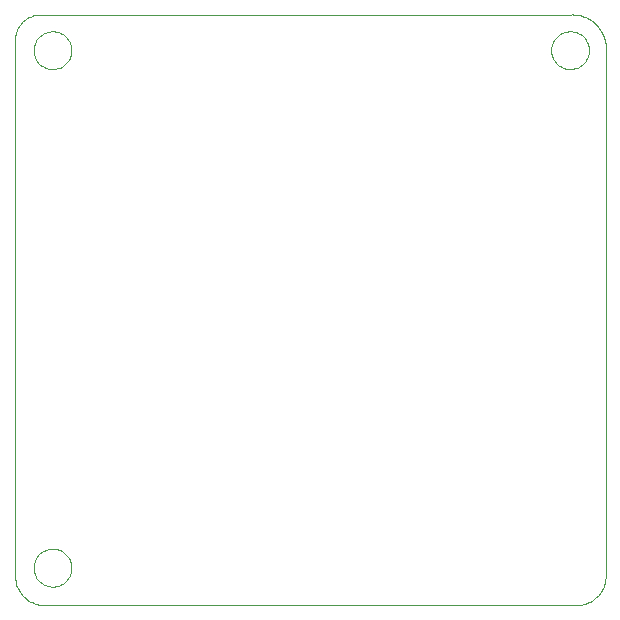
<source format=gm1>
G75*
G70*
%OFA0B0*%
%FSLAX24Y24*%
%IPPOS*%
%LPD*%
%AMOC8*
5,1,8,0,0,1.08239X$1,22.5*
%
%ADD10C,0.0000*%
D10*
X001164Y000500D02*
X018881Y000500D01*
X018943Y000502D01*
X019004Y000508D01*
X019065Y000517D01*
X019126Y000531D01*
X019185Y000548D01*
X019243Y000569D01*
X019300Y000594D01*
X019355Y000622D01*
X019408Y000653D01*
X019459Y000688D01*
X019508Y000726D01*
X019555Y000767D01*
X019598Y000810D01*
X019639Y000857D01*
X019677Y000906D01*
X019712Y000957D01*
X019743Y001010D01*
X019771Y001065D01*
X019796Y001122D01*
X019817Y001180D01*
X019834Y001239D01*
X019848Y001300D01*
X019857Y001361D01*
X019863Y001422D01*
X019865Y001484D01*
X019865Y019201D01*
X019856Y019265D01*
X019843Y019329D01*
X019826Y019392D01*
X019806Y019453D01*
X019783Y019514D01*
X019755Y019573D01*
X019725Y019630D01*
X019691Y019685D01*
X019654Y019739D01*
X019614Y019790D01*
X019571Y019838D01*
X019525Y019885D01*
X019477Y019928D01*
X019426Y019968D01*
X019373Y020006D01*
X019318Y020040D01*
X019261Y020071D01*
X019202Y020099D01*
X019142Y020123D01*
X019080Y020144D01*
X019018Y020161D01*
X018954Y020174D01*
X018890Y020184D01*
X018826Y020190D01*
X018761Y020192D01*
X018696Y020190D01*
X018631Y020185D01*
X000914Y020185D01*
X000858Y020175D01*
X000803Y020161D01*
X000749Y020144D01*
X000696Y020123D01*
X000645Y020099D01*
X000595Y020072D01*
X000547Y020041D01*
X000501Y020007D01*
X000458Y019971D01*
X000417Y019931D01*
X000379Y019889D01*
X000343Y019845D01*
X000311Y019798D01*
X000281Y019750D01*
X000255Y019699D01*
X000233Y019647D01*
X000213Y019594D01*
X000198Y019539D01*
X000185Y019484D01*
X000177Y019428D01*
X000172Y019371D01*
X000171Y019314D01*
X000174Y019257D01*
X000180Y019201D01*
X000180Y001484D01*
X000182Y001422D01*
X000188Y001361D01*
X000197Y001300D01*
X000211Y001239D01*
X000228Y001180D01*
X000249Y001122D01*
X000274Y001065D01*
X000302Y001010D01*
X000333Y000957D01*
X000368Y000906D01*
X000406Y000857D01*
X000447Y000810D01*
X000490Y000767D01*
X000537Y000726D01*
X000586Y000688D01*
X000637Y000653D01*
X000690Y000622D01*
X000745Y000594D01*
X000802Y000569D01*
X000860Y000548D01*
X000919Y000531D01*
X000980Y000517D01*
X001041Y000508D01*
X001102Y000502D01*
X001164Y000500D01*
X000800Y001750D02*
X000802Y001800D01*
X000808Y001850D01*
X000818Y001899D01*
X000832Y001947D01*
X000849Y001994D01*
X000870Y002039D01*
X000895Y002083D01*
X000923Y002124D01*
X000955Y002163D01*
X000989Y002200D01*
X001026Y002234D01*
X001066Y002264D01*
X001108Y002291D01*
X001152Y002315D01*
X001198Y002336D01*
X001245Y002352D01*
X001293Y002365D01*
X001343Y002374D01*
X001392Y002379D01*
X001443Y002380D01*
X001493Y002377D01*
X001542Y002370D01*
X001591Y002359D01*
X001639Y002344D01*
X001685Y002326D01*
X001730Y002304D01*
X001773Y002278D01*
X001814Y002249D01*
X001853Y002217D01*
X001889Y002182D01*
X001921Y002144D01*
X001951Y002104D01*
X001978Y002061D01*
X002001Y002017D01*
X002020Y001971D01*
X002036Y001923D01*
X002048Y001874D01*
X002056Y001825D01*
X002060Y001775D01*
X002060Y001725D01*
X002056Y001675D01*
X002048Y001626D01*
X002036Y001577D01*
X002020Y001529D01*
X002001Y001483D01*
X001978Y001439D01*
X001951Y001396D01*
X001921Y001356D01*
X001889Y001318D01*
X001853Y001283D01*
X001814Y001251D01*
X001773Y001222D01*
X001730Y001196D01*
X001685Y001174D01*
X001639Y001156D01*
X001591Y001141D01*
X001542Y001130D01*
X001493Y001123D01*
X001443Y001120D01*
X001392Y001121D01*
X001343Y001126D01*
X001293Y001135D01*
X001245Y001148D01*
X001198Y001164D01*
X001152Y001185D01*
X001108Y001209D01*
X001066Y001236D01*
X001026Y001266D01*
X000989Y001300D01*
X000955Y001337D01*
X000923Y001376D01*
X000895Y001417D01*
X000870Y001461D01*
X000849Y001506D01*
X000832Y001553D01*
X000818Y001601D01*
X000808Y001650D01*
X000802Y001700D01*
X000800Y001750D01*
X000800Y019000D02*
X000802Y019050D01*
X000808Y019100D01*
X000818Y019149D01*
X000832Y019197D01*
X000849Y019244D01*
X000870Y019289D01*
X000895Y019333D01*
X000923Y019374D01*
X000955Y019413D01*
X000989Y019450D01*
X001026Y019484D01*
X001066Y019514D01*
X001108Y019541D01*
X001152Y019565D01*
X001198Y019586D01*
X001245Y019602D01*
X001293Y019615D01*
X001343Y019624D01*
X001392Y019629D01*
X001443Y019630D01*
X001493Y019627D01*
X001542Y019620D01*
X001591Y019609D01*
X001639Y019594D01*
X001685Y019576D01*
X001730Y019554D01*
X001773Y019528D01*
X001814Y019499D01*
X001853Y019467D01*
X001889Y019432D01*
X001921Y019394D01*
X001951Y019354D01*
X001978Y019311D01*
X002001Y019267D01*
X002020Y019221D01*
X002036Y019173D01*
X002048Y019124D01*
X002056Y019075D01*
X002060Y019025D01*
X002060Y018975D01*
X002056Y018925D01*
X002048Y018876D01*
X002036Y018827D01*
X002020Y018779D01*
X002001Y018733D01*
X001978Y018689D01*
X001951Y018646D01*
X001921Y018606D01*
X001889Y018568D01*
X001853Y018533D01*
X001814Y018501D01*
X001773Y018472D01*
X001730Y018446D01*
X001685Y018424D01*
X001639Y018406D01*
X001591Y018391D01*
X001542Y018380D01*
X001493Y018373D01*
X001443Y018370D01*
X001392Y018371D01*
X001343Y018376D01*
X001293Y018385D01*
X001245Y018398D01*
X001198Y018414D01*
X001152Y018435D01*
X001108Y018459D01*
X001066Y018486D01*
X001026Y018516D01*
X000989Y018550D01*
X000955Y018587D01*
X000923Y018626D01*
X000895Y018667D01*
X000870Y018711D01*
X000849Y018756D01*
X000832Y018803D01*
X000818Y018851D01*
X000808Y018900D01*
X000802Y018950D01*
X000800Y019000D01*
X018050Y019000D02*
X018052Y019050D01*
X018058Y019100D01*
X018068Y019149D01*
X018082Y019197D01*
X018099Y019244D01*
X018120Y019289D01*
X018145Y019333D01*
X018173Y019374D01*
X018205Y019413D01*
X018239Y019450D01*
X018276Y019484D01*
X018316Y019514D01*
X018358Y019541D01*
X018402Y019565D01*
X018448Y019586D01*
X018495Y019602D01*
X018543Y019615D01*
X018593Y019624D01*
X018642Y019629D01*
X018693Y019630D01*
X018743Y019627D01*
X018792Y019620D01*
X018841Y019609D01*
X018889Y019594D01*
X018935Y019576D01*
X018980Y019554D01*
X019023Y019528D01*
X019064Y019499D01*
X019103Y019467D01*
X019139Y019432D01*
X019171Y019394D01*
X019201Y019354D01*
X019228Y019311D01*
X019251Y019267D01*
X019270Y019221D01*
X019286Y019173D01*
X019298Y019124D01*
X019306Y019075D01*
X019310Y019025D01*
X019310Y018975D01*
X019306Y018925D01*
X019298Y018876D01*
X019286Y018827D01*
X019270Y018779D01*
X019251Y018733D01*
X019228Y018689D01*
X019201Y018646D01*
X019171Y018606D01*
X019139Y018568D01*
X019103Y018533D01*
X019064Y018501D01*
X019023Y018472D01*
X018980Y018446D01*
X018935Y018424D01*
X018889Y018406D01*
X018841Y018391D01*
X018792Y018380D01*
X018743Y018373D01*
X018693Y018370D01*
X018642Y018371D01*
X018593Y018376D01*
X018543Y018385D01*
X018495Y018398D01*
X018448Y018414D01*
X018402Y018435D01*
X018358Y018459D01*
X018316Y018486D01*
X018276Y018516D01*
X018239Y018550D01*
X018205Y018587D01*
X018173Y018626D01*
X018145Y018667D01*
X018120Y018711D01*
X018099Y018756D01*
X018082Y018803D01*
X018068Y018851D01*
X018058Y018900D01*
X018052Y018950D01*
X018050Y019000D01*
M02*

</source>
